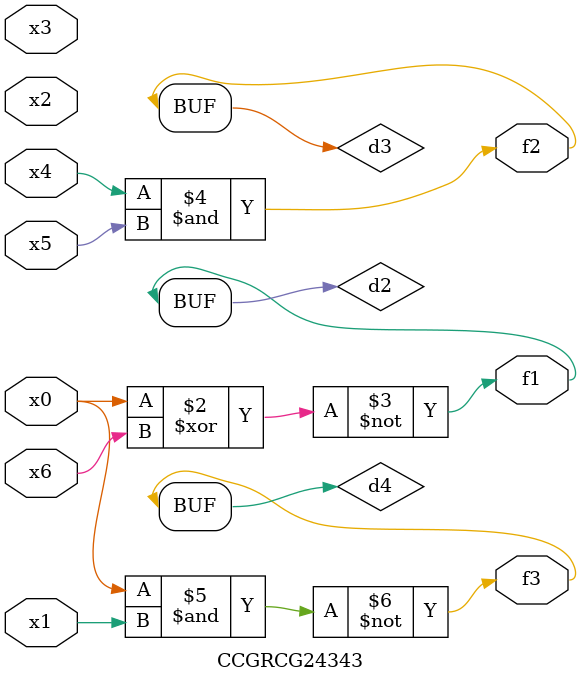
<source format=v>
module CCGRCG24343(
	input x0, x1, x2, x3, x4, x5, x6,
	output f1, f2, f3
);

	wire d1, d2, d3, d4;

	nor (d1, x0);
	xnor (d2, x0, x6);
	and (d3, x4, x5);
	nand (d4, x0, x1);
	assign f1 = d2;
	assign f2 = d3;
	assign f3 = d4;
endmodule

</source>
